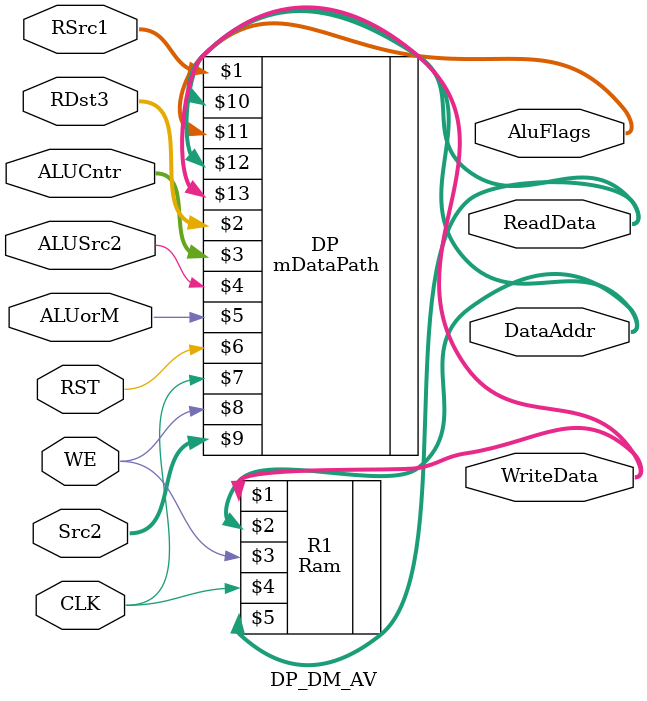
<source format=sv>


module DP_DM_AV(input logic CLK,               // Reloj de 1Khz
					 input logic RST,               // Reset
					 input logic [1:0] RSrc1,
					 input logic [7:0] Src2,
					 input logic [1:0] RDst3,
					 input logic WE,
					 input logic ALUorM,
					 input logic [2:0] ALUCntr,
					 input logic ALUSrc2,
					 output logic [2:0] AluFlags,
					 output logic [7:0] DataAddr,
					 output logic [7:0] ReadData,
					 output logic [7:0] WriteData);
					 
					 
					 mDataPath DP(RSrc1,RDst3,ALUCntr,ALUSrc2,ALUorM,RST,CLK,WE,Src2, ReadData, AluFlags, DataAddr,WriteData);
					 Ram R1(WriteData, DataAddr, WE,CLK,ReadData);
					 
					 
endmodule 

/*

module testbench_AV();

		logic CLK;              // Reloj de 1Khz
		logic RST;               // Reset
		logic [1:0] RSrc1;
		logic [7:0] Src2;
		logic [1:0] RDst3;
		logic WE;
		logic ALUorM;
		logic [2:0] ALUCntr;
		logic ALUSrc2;
		logic [2:0] AluFlags;
		logic [7:0] DataAddr;
		logic [7:0] ReadData;
		logic [7:0] WriteData;
		
		
		localparam clock_cycle = 10us;
			DP_DM_AV md(CLK,RST,RSrc1,Src2,RDst3,WE,ALUorM,ALUCntr,ALUSrc2,AluFlags,DataAddr,ReadData,WriteData);
	
		
		
		initial
		begin
		
			CLK = 1'b0;
			RST = 1'b01;
			#clock_cycle;
			RST = 1'b0;
			
			
			ALUCntr = 3'b101; ALUorM = 1'b0; RDst3 = 2'b00; WE=0; RSrc1 = 2'b00; ALUSrc2= 1'b1; Src2 = 8'b00101000; #clock_cycle;
			ALUCntr = 3'b101; ALUorM = 1'b0; RDst3 = 2'b01; WE=0; RSrc1 = 2'b01; ALUSrc2= 1'b1; Src2 = 8'b00011110; #clock_cycle;
			
			ALUCntr = 3'b011; ALUorM = 1'b0; RDst3 = 2'b10; WE=0; RSrc1 = 2'b00; ALUSrc2= 1'b0; Src2 = 8'b01000000; #clock_cycle;
			
			//Escribiendo en memoria
			ALUCntr = 3'b111; ALUorM = 1'b1; RDst3 = 2'b00; WE=1; RSrc1 = 2'b01; ALUSrc2= 1'b1; Src2 = 8'b00000000; #clock_cycle;
			ALUCntr = 3'b101; ALUorM = 1'b1; RDst3 = 2'b01; WE=1; RSrc1 = 2'b01; ALUSrc2= 1'b1; Src2 = 8'b00000001; #clock_cycle;
			ALUCntr = 3'b101; ALUorM = 1'b1; RDst3 = 2'b10; WE=1; RSrc1 = 2'b01; ALUSrc2= 1'b1; Src2 = 8'b00000010; #clock_cycle;
			
			//LOAD
			
			ALUCntr = 3'b011; ALUorM = 1'b1; RDst3 = 2'b00; WE=0; RSrc1 = 2'b11; ALUSrc2= 1'b1; Src2 = 8'b00000010; #clock_cycle;
			
			
			
			/*
			#clock_cycle;
				
			ALUCntr = 3'b101;
			ALUorM = 1'b0;
			RDst3 = 2'b11;
			WE = 0;
			RSrc1 = 2'b01;
			ALUSrc2 = 1'b1; //
			Src2 = {2'b01, 6'd0};  // Constante = 0
			
			#clock_cycle;
			
			ALUCntr = 3'b101;
			ALUorM = 1'b0;
			RDst3 = 2'b11;
			WE = 0;
			RSrc1 = 2'b01;
			ALUSrc2 = 1'b1; //
			Src2 = 8'd11;  // Constante = 11 Valor inmediato
			
			#clock_cycle;
			
			ALUCntr = 3'b000;
			ALUorM = 1'b0;
			RDst3 = 2'b11;
			WE = 0;
			RSrc1 = 2'b00;
			ALUSrc2 = 1'b0; 
			Src2 = {2'b01, 6'd4}; //Reg2 + 4 bit (Arreglar)
			
			
			#clock_cycle;
			
		
			ALUCntr = 3'b000;
			ALUorM = 1'b0;
			RDst3 = 2'b11;
			WE = 0;
			RSrc1 = 2'b00;
			ALUSrc2 = 1'b1; //
			Src2 = 8'd8;  // Constante = 8
			
			#clock_cycle;
			
			ALUCntr = 3'b001;
			ALUorM = 1'b0;
			RDst3 = 2'b11;
			WE = 0;
			RSrc1 = 2'b00;
			ALUSrc2 = 1'b0; //
			Src2 = {2'b01, 6'd8};  // Constante = 8
			
			#clock_cycle;
			
			ALUCntr = 3'b001;
			ALUorM = 1'b0;
			RDst3 = 2'b11;
			WE = 0;
			RSrc1 = 2'b10; //registro 3
			ALUSrc2 = 1'b1; //
			Src2 = 8'd12;  // Constante = 12
			
			#clock_cycle;
			
			ALUCntr = 3'b010;
			ALUorM = 1'b0;
			RDst3 = 2'b11;
			WE = 0;
			RSrc1 = 2'b00; //registro 4
			ALUSrc2 = 1'b0; //
			Src2 = {2'b01, 6'd5};  // Constante = 5
			
			#clock_cycle;
			
			
			ALUCntr = 3'b010;
			ALUorM = 1'b0;
			RDst3 = 2'b11;
			WE = 0;
			RSrc1 = 2'b00;
			ALUSrc2 = 1'b1; //
			Src2 = 8'd7;  // Constante = 7
			
			#clock_cycle;
			
			
			ALUCntr = 3'b011;
			ALUorM = 1'b0;
			RDst3 = 2'b11;
			WE = 0;
			RSrc1 = 2'b00;
			ALUSrc2 = 1'b0; //
			Src2 = {2'b01, 6'd14};  // Constante = 14
			
			#clock_cycle;
			
			
			ALUCntr = 3'b011;
			ALUorM = 1'b0;
			RDst3 = 2'b11;
			WE = 0;
			RSrc1 = 2'b00;
			ALUSrc2 = 1'b1; //
			Src2 = 8'd17;  // Constante = 17
			
			#clock_cycle;
			
			ALUCntr = 3'b100;
			ALUorM = 1'b0;
			RDst3 = 2'b11;
			WE = 0;
			RSrc1 = 2'b00;
			ALUSrc2 = 1'b0; //
			Src2 = {2'b01, 6'd10};  // Constante = 10
			
			#clock_cycle;
			
			ALUCntr = 3'b100;
			ALUorM = 1'b0;
			RDst3 = 2'b11;
			WE = 0;
			RSrc1 = 2'b00;
			ALUSrc2 = 1'b1; //
			Src2 = 8'd20;  // Constante = 20
			
			#clock_cycle;
		
			
			ALUCntr = 3'b011;
			ALUorM = 1'b1;
			RDst3 = 2'b11;
			WE = 0;
			RSrc1 = 2'b00;
			ALUSrc2 = 1'b1; //
			Src2 = 8'd25;  // Constante = 25 Valor inmediato
			
			#clock_cycle;
			
			
			ALUCntr = 3'b011;
			ALUorM = 1'b1;  // 1 o 0 
			RDst3 = 2'b11;
			WE = 1;
			RSrc1 = 2'b00;
			ALUSrc2 = 1'b1; //
			Src2 = 8'd21;  // Constante = 25 Valor inmediato
			
			#clock_cycle;
			
			
			
			$stop;

		
		end
		
		always #(clock_cycle/2) CLK = ~CLK;
		

endmodule
*/
</source>
